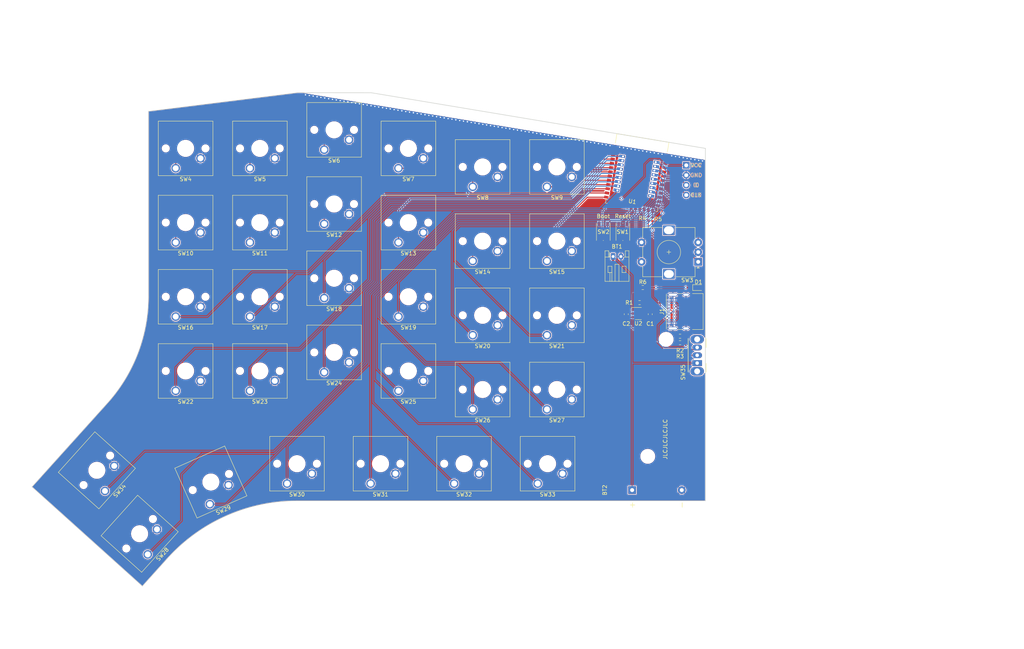
<source format=kicad_pcb>
(kicad_pcb (version 20210606) (generator pcbnew)
  (layers (0 "F.Cu" signal) (31 "B.Cu" signal) (34 "B.Paste" user) (35 "F.Paste" user) (36 "B.SilkS" user "B.Silkscreen") (37 "F.SilkS" user "F.Silkscreen") (38 "B.Mask" user) (39 "F.Mask" user) (44 "Edge.Cuts" user))
  (net 0 "")
  (net 1 "GND")
  (net 2 "VCC")
  (net 3 "ROT_B")
  (net 4 "ROT_A")
  (net 5 "S00")
  (net 6 "S01")
  (net 7 "S02")
  (net 8 "S03")
  (net 9 "S04")
  (net 10 "S05")
  (net 11 "S10")
  (net 12 "S11")
  (net 13 "S12")
  (net 14 "S13")
  (net 15 "S14")
  (net 16 "S15")
  (net 17 "S20")
  (net 18 "S21")
  (net 19 "S22")
  (net 20 "S23")
  (net 21 "S24")
  (net 22 "S25")
  (net 23 "S30")
  (net 24 "S31")
  (net 25 "S32")
  (net 26 "S33")
  (net 27 "S34")
  (net 28 "S35")
  (net 29 "S40")
  (net 30 "S41")
  (net 31 "S42")
  (net 32 "S43")
  (net 33 "S44")
  (net 34 "S45")
  (net 35 "S50")
  (net 36 "SWDIO")
  (net 37 "SWCLK")
  (net 38 "ROT_Switch")
  (net 39 "+BATT")
  (net 41 "Net-(J1-PadA5)")
  (net 44 "Net-(J1-PadA6)")
  (net 50 "VBUS")
  (net 51 "D-")
  (net 52 "D+")
  (net 56 "RESET")
  (net 58 "BOOT")
  (net 59 "Net-(R1-Pad1)")
  (net 60 "Net-(J1-PadA7)")
  (net 61 "Net-(J1-PadB5)")
  (net 62 "Net-(D1-Pad1)")
  (net 63 "Net-(R6-Pad1)")
  (footprint "Button_Switch_Keyboard:SW_Cherry_MX_1.00u_PCB" (layer "F.Cu") (at 127.845071 73.752437 180)
    (fp_text reference "SW27")
    (fp_text value "SW_Push")
  )
  (footprint "Button_Switch_Keyboard:SW_Cherry_MX_1.50u_PCB" (layer "F.Cu") (at 14.745655 94.647207 -132)
    (fp_text reference "SW34")
    (fp_text value "SW_Push")
  )
  (footprint "Button_Switch_Keyboard:SW_Cherry_MX_1.00u_PCB" (layer "F.Cu") (at 104.095071 92.752437 180)
    (fp_text reference "SW32")
    (fp_text value "SW_Push")
  )
  (footprint "Button_Switch_Keyboard:SW_Cherry_MX_1.00u_PCB" (layer "F.Cu") (at 108.845071 73.752437 180)
    (fp_text reference "SW26")
    (fp_text value "SW_Push")
  )
  (footprint "Button_Switch_Keyboard:SW_Cherry_MX_1.00u_PCB" (layer "F.Cu") (at 25.686655 110.890208 -132)
    (fp_text reference "SW28")
    (fp_text value "SW_Push")
  )
  (footprint "Button_Switch_Keyboard:SW_Cherry_MX_1.00u_PCB" (layer "F.Cu") (at 41.587889 98.031359 -156)
    (fp_text reference "SW29")
    (fp_text value "SW_Push")
  )
  (footprint "Button_Switch_Keyboard:SW_Cherry_MX_1.00u_PCB" (layer "F.Cu") (at 61.345071 92.752437 180)
    (fp_text reference "SW30")
    (fp_text value "SW_Push")
  )
  (footprint "Button_Switch_Keyboard:SW_Cherry_MX_1.25u_PCB" (layer "F.Cu") (at 82.720071 92.752437 180)
    (fp_text reference "SW31")
    (fp_text value "SW_Push")
  )
  (footprint "Button_Switch_Keyboard:SW_Cherry_MX_1.25u_PCB" (layer "F.Cu") (at 125.470072 92.752437 180)
    (fp_text reference "SW33")
    (fp_text value "SW_Push")
  )
  (footprint "blackwing:Programming_Header" (layer "F.Cu") (at 163.485071 11.250437)
    (fp_text reference "J2" hide)
    (fp_text value "Conn_01x04")
  )
  (footprint "Button_Switch_Keyboard:SW_Cherry_MX_1.00u_PCB" (layer "F.Cu") (at 51.845072 50.002438 180)
    (fp_text reference "SW17")
    (fp_text value "SW_Push")
  )
  (footprint "Button_Switch_Keyboard:SW_Cherry_MX_1.00u_PCB" (layer "F.Cu") (at 32.845072 50.002437 180)
    (fp_text reference "SW16")
    (fp_text value "SW_Push")
  )
  (footprint "Button_Switch_Keyboard:SW_Cherry_MX_1.00u_PCB" (layer "F.Cu") (at 127.845072 35.752437 180)
    (fp_text reference "SW15")
    (fp_text value "SW_Push")
  )
  (footprint "Button_Switch_Keyboard:SW_Cherry_MX_1.00u_PCB" (layer "F.Cu") (at 108.845071 35.752437 180)
    (fp_text reference "SW14")
    (fp_text value "SW_Push")
  )
  (footprint "Button_Switch_Keyboard:SW_Cherry_MX_1.00u_PCB" (layer "F.Cu") (at 89.845072 31.002438 180)
    (fp_text reference "SW13")
    (fp_text value "SW_Push")
  )
  (footprint "Button_Switch_Keyboard:SW_Cherry_MX_1.00u_PCB" (layer "F.Cu") (at 70.845072 26.252438 180)
    (fp_text reference "SW12")
    (fp_text value "SW_Push")
  )
  (footprint "Button_Switch_Keyboard:SW_Cherry_MX_1.00u_PCB" (layer "F.Cu") (at 51.845071 31.002437 180)
    (fp_text reference "SW11")
    (fp_text value "SW_Push")
  )
  (footprint "Button_Switch_Keyboard:SW_Cherry_MX_1.00u_PCB" (layer "F.Cu") (at 32.845071 31.002437 180)
    (fp_text reference "SW10")
    (fp_text value "SW_Push")
  )
  (footprint "Button_Switch_Keyboard:SW_Cherry_MX_1.00u_PCB" (layer "F.Cu") (at 127.845071 16.752437 180)
    (fp_text reference "SW9")
    (fp_text value "SW_Push")
  )
  (footprint "Button_Switch_Keyboard:SW_Cherry_MX_1.00u_PCB" (layer "F.Cu") (at 108.845071 16.752437 180)
    (fp_text reference "SW8")
    (fp_text value "SW_Push")
  )
  (footprint "Button_Switch_Keyboard:SW_Cherry_MX_1.00u_PCB" (layer "F.Cu") (at 89.845071 12.002438 180)
    (fp_text reference "SW7")
    (fp_text value "SW_Push")
  )
  (footprint "Button_Switch_Keyboard:SW_Cherry_MX_1.00u_PCB" (layer "F.Cu") (at 70.845071 7.252437 180)
    (fp_text reference "SW6")
    (fp_text value "SW_Push")
  )
  (footprint "Button_Switch_Keyboard:SW_Cherry_MX_1.00u_PCB" (layer "F.Cu") (at 51.845072 12.002437 180)
    (fp_text reference "SW5")
    (fp_text value "SW_Push")
  )
  (footprint "Button_Switch_Keyboard:SW_Cherry_MX_1.00u_PCB" (layer "F.Cu") (at 32.845072 12.002438 180)
    (fp_text reference "SW4")
    (fp_text value "SW_Push")
  )
  (footprint "Button_Switch_Keyboard:SW_Cherry_MX_1.00u_PCB" (layer "F.Cu") (at 89.845072 50.002437 180)
    (fp_text reference "SW19")
    (fp_text value "SW_Push")
  )
  (footprint "Button_Switch_Keyboard:SW_Cherry_MX_1.00u_PCB" (layer "F.Cu") (at 108.845072 54.752437 180)
    (fp_text reference "SW20")
    (fp_text value "SW_Push")
  )
  (footprint "Button_Switch_Keyboard:SW_Cherry_MX_1.00u_PCB" (layer "F.Cu") (at 127.845071 54.752438 180)
    (fp_text reference "SW21")
    (fp_text value "SW_Push")
  )
  (footprint "Button_Switch_Keyboard:SW_Cherry_MX_1.00u_PCB" (layer "F.Cu") (at 32.845072 69.002437 180)
    (fp_text reference "SW22")
    (fp_text value "SW_Push")
  )
  (footprint "Button_Switch_Keyboard:SW_Cherry_MX_1.00u_PCB" (layer "F.Cu") (at 51.845071 69.002438 180)
    (fp_text reference "SW23")
    (fp_text value "SW_Push")
  )
  (footprint "Button_Switch_Keyboard:SW_Cherry_MX_1.00u_PCB" (layer "F.Cu") (at 70.845071 64.252437 180)
    (fp_text reference "SW24")
    (fp_text value "SW_Push")
  )
  (footprint "Button_Switch_Keyboard:SW_Cherry_MX_1.00u_PCB" (layer "F.Cu") (at 89.845071 69.002437 180)
    (fp_text reference "SW25")
    (fp_text value "SW_Push")
  )
  (footprint "Button_Switch_Keyboard:SW_Cherry_MX_1.00u_PCB" (layer "F.Cu") (at 70.845071 45.252438 180)
    (fp_text reference "SW18")
    (fp_text value "SW_Push")
  )
  (footprint "Resistor_SMD:R_0603_1608Metric" (layer "F.Cu") (at 161.899572 55.021255)
    (fp_text reference "R2")
    (fp_text value "5.1K")
  )
  (footprint "Button_Switch_SMD:SW_Push_1P1T_NO_Vertical_Wuerth_434133025816" (layer "F.Cu") (at 147.260071 28.297437 -90)
    (fp_text reference "SW1")
    (fp_text value "SW_Push")
  )
  (footprint "blackwing:HOLYIOT-18010-NRF52840" (layer "F.Cu") (at 145.750715 3.150093 -9.462)
    (fp_text reference "U1")
    (fp_text value "HOLYIOT-18010-NRF52840")
  )
  (footprint "Connector_JST:JST_PH_S2B-PH-K_1x02_P2.00mm_Horizontal" (layer "F.Cu") (at 144.763072 34.608438)
    (fp_text reference "BT1")
    (fp_text value "Battery_Cell")
  )
  (footprint "Resistor_SMD:R_0402_1005Metric" (layer "F.Cu") (at 154.87497 25.05652 90)
    (fp_text reference "R5")
    (fp_text value "22R")
  )
  (footprint "Battery:BatteryHolder_Keystone_2468_2xAAA" (layer "F.Cu") (at 149.637072 94.426437 90)
    (fp_text reference "BT2")
    (fp_text value "Battery")
  )
  (footprint "Button_Switch_THT:SW_CuK_OS102011MA1QN1_SPDT_Angled" (layer "F.Cu") (at 166.277072 61.901937 90)
    (fp_text reference "SW35")
    (fp_text value "SW_SPDT")
  )
  (footprint "Button_Switch_SMD:SW_Push_1P1T_NO_Vertical_Wuerth_434133025816" (layer "F.Cu") (at 142.260071 28.297437 -90)
    (fp_text reference "SW2")
    (fp_text value "SW_Push")
  )
  (footprint "Resistor_SMD:R_0402_1005Metric" (layer "F.Cu") (at 153.789936 24.81902 90)
    (fp_text reference "R4")
    (fp_text value "22R")
  )
  (footprint "Rotary_Encoder:RotaryEncoder_Alps_EC12E-Switch_Vertical_H20mm" (layer "F.Cu") (at 166.539071 35.98152 180)
    (fp_text reference "SW3")
    (fp_text value "RotaryEncoder_Switch")
  )
  (footprint "Connector_USB:USB_C_Receptacle_GCT_USB4085" (layer "F.Cu") (at 159.074071 51.681437 90)
    (fp_text reference "J1")
    (fp_text value "USB_C_Receptacle_USB2.0")
  )
  (footprint "Capacitor_SMD:C_0603_1608Metric" (layer "F.Cu") (at 148.139572 49.389437 90)
    (fp_text reference "C2")
    (fp_text value "4.7µF")
  )
  (footprint "Resistor_SMD:R_0603_1608Metric" (layer "F.Cu") (at 161.899572 56.683755)
    (fp_text reference "R3")
    (fp_text value "5.1K")
  )
  (footprint "LED_SMD:LED_0603_1608Metric" (layer "F.Cu") (at 166.614572 42.564437)
    (fp_text reference "D1")
    (fp_text value "LED")
  )
  (footprint "Resistor_SMD:R_0603_1608Metric" (layer "F.Cu") (at 151.539572 46.420437 180)
    (fp_text reference "R1")
    (fp_text value "10K")
  )
  (footprint "Package_TO_SOT_SMD:SOT-23-5" (layer "F.Cu") (at 151.227072 49.214437)
    (fp_text reference "U2")
    (fp_text value "MCP73831-2-OT")
  )
  (footprint "Capacitor_SMD:C_0603_1608Metric" (layer "F.Cu") (at 154.264572 49.389437 90)
    (fp_text reference "C1")
    (fp_text value "4.7µF")
  )
  (footprint "Resistor_SMD:R_0603_1608Metric" (layer "F.Cu") (at 152.364572 42.564437)
    (fp_text reference "R6")
    (fp_text value "R")
  )
  (gr_line (start 63.985071 -7.340062) (end 82.885072 -7.327562) (layer "Edge.Cuts") (width 0.15))
  (gr_line (start -3.925277 93.593222) (end 24.314225 119.020185) (layer "Edge.Cuts") (width 0.15))
  (gr_line (start 168.385072 97.172437) (end 63.885071 97.172438) (layer "Edge.Cuts") (width 0.15))
  (gr_line (start 24.314225 119.020185) (end 30.670966 111.960309) (layer "Edge.Cuts") (width 0.15))
  (gr_arc (start -15.176219 44.723525) (end 25.885071 45.012437) (angle 42) (layer "Edge.Cuts") (width 0.15))
  (gr_line (start 82.885072 -7.327562) (end 168.385072 6.922437) (layer "Edge.Cuts") (width 0.15))
  (gr_line (start 25.885071 -2.577563) (end 25.885071 45.012437) (layer "Edge.Cuts") (width 0.15))
  (gr_line (start -3.925277 93.593222) (end 15.144946 72.413595) (layer "Edge.Cuts") (width 0.15))
  (gr_line (start 168.385072 6.922437) (end 168.385072 97.172437) (layer "Edge.Cuts") (width 0.15))
  (gr_line (start 25.885071 -2.577563) (end 63.985071 -7.340062) (layer "Edge.Cuts") (width 0.15))
  (gr_arc (start 63.885071 141.866423) (end 63.885071 97.172438) (angle -48) (layer "Edge.Cuts") (width 0.15))
  (gr_text "JLCJLCJLCJLC" (at 158.119071 81.424437 90) (layer "F.SilkS") (effects (font (size 1 1))))
  (gr_text "Boot" (at 142.260071 24.297437) (layer "F.SilkS") (effects (font (size 1 1))))
  (gr_text "Reset" (at 147.260072 24.297437) (layer "F.SilkS") (effects (font (size 1 1))))
  (via (at 151.373185 7.432655) (size 0.6858) (drill 0.3302) (layers "F.Cu" "B.Cu") (net 1))
  (via (at 137.070459 5.04895) (size 0.6858) (drill 0.3302) (layers "F.Cu" "B.Cu") (net 1))
  (via (at 124.247326 2.911836) (size 0.6858) (drill 0.3302) (layers "F.Cu" "B.Cu") (net 1))
  (via (at 152.35958 7.597049) (size 0.6858) (drill 0.3302) (layers "F.Cu" "B.Cu") (net 1))
  (via (at 129.179301 3.733803) (size 0.6858) (drill 0.3302) (layers "F.Cu" "B.Cu") (net 1))
  (via (at 135.09767 4.720163) (size 0.6858) (drill 0.3302) (layers "F.Cu" "B.Cu") (net 1))
  (via (at 142.988829 6.035311) (size 0.6858) (drill 0.3302) (layers "F.Cu" "B.Cu") (net 1))
  (via (at 122.274537 2.583049) (size 0.6858) (drill 0.3302) (layers "F.Cu" "B.Cu") (net 1))
  (via (at 101.560245 -0.869213) (size 0.6858) (drill 0.3302) (layers "F.Cu" "B.Cu") (net 1))
  (via (at 146.441211 6.610688) (size 0.6858) (drill 0.3302) (layers "F.Cu" "B.Cu") (net 1))
  (via (at 90.709902 -2.677541) (size 0.6858) (drill 0.3302) (layers "F.Cu" "B.Cu") (net 1))
  (via (at 80.845953 -4.321476) (size 0.6858) (drill 0.3302) (layers "F.Cu" "B.Cu") (net 1))
  (via (at 132.138485 4.226983) (size 0.6858) (drill 0.3302) (layers "F.Cu" "B.Cu") (net 1))
  (via (at 82.818743 -3.992689) (size 0.6858) (drill 0.3302) (layers "F.Cu" "B.Cu") (net 1))
  (via (at 119.315352 2.089868) (size 0.6858) (drill 0.3302) (layers "F.Cu" "B.Cu") (net 1))
  (via (at 109.451404 0.445934) (size 0.6858) (drill 0.3302) (layers "F.Cu" "B.Cu") (net 1))
  (via (at 111.424193 0.774721) (size 0.6858) (drill 0.3302) (layers "F.Cu" "B.Cu") (net 1))
  (via (at 98.60106 -1.362394) (size 0.6858) (drill 0.3302) (layers "F.Cu" "B.Cu") (net 1))
  (via (at 118.328957 1.925475) (size 0.6858) (drill 0.3302) (layers "F.Cu" "B.Cu") (net 1))
  (via (at 87.750717 -3.170722) (size 0.6858) (drill 0.3302) (layers "F.Cu" "B.Cu") (net 1))
  (via (at 104.519429 -0.376033) (size 0.6858) (drill 0.3302) (layers "F.Cu" "B.Cu") (net 1))
  (via (at 95.641876 -1.855574) (size 0.6858) (drill 0.3302) (layers "F.Cu" "B.Cu") (net 1))
  (via (at 143.975223 6.199704) (size 0.6858) (drill 0.3302) (layers "F.Cu" "B.Cu") (net 1))
  (via (at 81.832348 -4.157082) (size 0.6858) (drill 0.3302) (layers "F.Cu" "B.Cu") (net 1))
  (via (at 130.165696 3.898196) (size 0.6858) (drill 0.3302) (layers "F.Cu" "B.Cu") (net 1))
  (via (at 69.009215 -6.294197) (size 0.6858) (drill 0.3302) (layers "F.Cu" "B.Cu") (net 1))
  (via (at 96.628271 -1.691181) (size 0.6858) (drill 0.3302) (layers "F.Cu" "B.Cu") (net 1))
  (via (at 141.016039 5.706524) (size 0.6858) (drill 0.3302) (layers "F.Cu" "B.Cu") (net 1))
  (via (at 113.396983 1.103508) (size 0.6858) (drill 0.3302) (layers "F.Cu" "B.Cu") (net 1))
  (via (at 91.696296 -2.513148) (size 0.6858) (drill 0.3302) (layers "F.Cu" "B.Cu") (net 1))
  (via (at 114.383378 1.267901) (size 0.6858) (drill 0.3302) (layers "F.Cu" "B.Cu") (net 1))
  (via (at 162.716726 9.32318) (size 0.6858) (drill 0.3302) (layers "F.Cu" "B.Cu") (net 1))
  (via (at 89.723507 -2.841935) (size 0.6858) (drill 0.3302) (layers "F.Cu" "B.Cu") (net 1))
  (via (at 102.54664 -0.70482) (size 0.6858) (drill 0.3302) (layers "F.Cu" "B.Cu") (net 1))
  (via (at 153.345974 7.761442) (size 0.6858) (drill 0.3302) (layers "F.Cu" "B.Cu") (net 1))
  (via (at 97.614666 -1.526787) (size 0.6858) (drill 0.3302) (layers "F.Cu" "B.Cu") (net 1))
  (via (at 66.05003 -6.787377) (size 0.6858) (drill 0.3302) (layers "F.Cu" "B.Cu") (net 1))
  (via (at 94.655481 -2.019968) (size 0.6858) (drill 0.3302) (layers "F.Cu" "B.Cu") (net 1))
  (via (at 83.805138 -3.828295) (size 0.6858) (drill 0.3302) (layers "F.Cu" "B.Cu") (net 1))
  (via (at 75.913979 -5.143443) (size 0.6858) (drill 0.3302) (layers "F.Cu" "B.Cu") (net 1))
  (via (at 125.233721 3.076229) (size 0.6858) (drill 0.3302) (layers "F.Cu" "B.Cu") (net 1))
  (via (at 121.288142 2.418655) (size 0.6858) (drill 0.3302) (layers "F.Cu" "B.Cu") (net 1))
  (via (at 99.587455 -1.198) (size 0.6858) (drill 0.3302) (layers "F.Cu" "B.Cu") (net 1))
  (via (at 74.927584 -5.307836) (size 0.6858) (drill 0.3302) (layers "F.Cu" "B.Cu") (net 1))
  (via (at 126.220116 3.240623) (size 0.6858) (drill 0.3302) (layers "F.Cu" "B.Cu") (net 1))
  (via (at 117.342563 1.761082) (size 0.6858) (drill 0.3302) (layers "F.Cu" "B.Cu") (net 1))
  (via (at 142.002434 5.870918) (size 0.6858) (drill 0.3302) (layers "F.Cu" "B.Cu") (net 1))
  (via (at 128.192906 3.569409) (size 0.6858) (drill 0.3302) (layers "F.Cu" "B.Cu") (net 1))
  (via (at 165.67591 9.81636) (size 0.6858) (drill 0.3302) (layers "F.Cu" "B.Cu") (net 1))
  (via (at 112.410588 0.939114) (size 0.6858) (drill 0.3302) (layers "F.Cu" "B.Cu") (net 1))
  (via (at 138.056854 5.213344) (size 0.6858) (drill 0.3302) (layers "F.Cu" "B.Cu") (net 1))
  (via (at 71.968399 -5.801017) (size 0.6858) (drill 0.3302) (layers "F.Cu" "B.Cu") (net 1))
  (via (at 127.206511 3.405016) (size 0.6858) (drill 0.3302) (layers "F.Cu" "B.Cu") (net 1))
  (via (at 78.873163 -4.650263) (size 0.6858) (drill 0.3302) (layers "F.Cu" "B.Cu") (net 1))
  (via (at 147.427605 6.775081) (size 0.6858) (drill 0.3302) (layers "F.Cu" "B.Cu") (net 1))
  (via (at 154.332369 7.925836) (size 0.6858) (drill 0.3302) (layers "F.Cu" "B.Cu") (net 1))
  (via (at 160.743936 8.994393) (size 0.6858) (drill 0.3302) (layers "F.Cu" "B.Cu") (net 1))
  (via (at 69.99561 -6.129804) (size 0.6858) (drill 0.3302) (layers "F.Cu" "B.Cu") (net 1))
  (via (at 67.036425 -6.622984) (size 0.6858) (drill 0.3302) (layers "F.Cu" "B.Cu") (net 1))
  (via (at 79.859558 -4.485869) (size 0.6858) (drill 0.3302) (layers "F.Cu" "B.Cu") (net 1))
  (via (at 157.291554 8.419016) (size 0.6858) (drill 0.3302) (layers "F.Cu" "B.Cu") (net 1))
  (via (at 106.492219 -0.047246) (size 0.6858) (drill 0.3302) (layers "F.Cu" "B.Cu") (net 1))
  (via (at 108.465009 0.281541) (size 0.6858) (drill 0.3302) (layers "F.Cu" "B.Cu") (net 1))
  (via (at 84.791533 -3.663902) (size 0.6858) (drill 0.3302) (layers "F.Cu" "B.Cu") (net 1))
  (via (at 136.084065 4.884557) (size 0.6858) (drill 0.3302) (layers "F.Cu" "B.Cu") (net 1))
  (via (at 166.662305 9.980754) (size 0.6858) (drill 0.3302) (layers "F.Cu" "B.Cu") (net 1))
  (via (at 105.505824 -0.21164) (size 0.6858) (drill 0.3302) (layers "F.Cu" "B.Cu") (net 1))
  (via (at 140.029644 5.542131) (size 0.6858) (drill 0.3302) (layers "F.Cu" "B.Cu") (net 1))
  (via (at 161.730331 9.158786) (size 0.6858) (drill 0.3302) (layers "F.Cu" "B.Cu") (net 1))
  (via (at 73.941189 -5.47223) (size 0.6858) (drill 0.3302) (layers "F.Cu" "B.Cu") (net 1))
  (via (at 100.57385 -1.033607) (size 0.6858) (drill 0.3302) (layers "F.Cu" "B.Cu") (net 1))
  (via (at 70.982005 -5.96541) (size 0.6858) (drill 0.3302) (layers "F.Cu" "B.Cu") (net 1))
  (via (at 156.305159 8.254622) (size 0.6858) (drill 0.3302) (layers "F.Cu" "B.Cu") (net 1))
  (via (at 131.15209 4.06259) (size 0.6858) (drill 0.3302) (layers "F.Cu" "B.Cu") (net 1))
  (via (at 110.437799 0.610327) (size 0.6858) (drill 0.3302) (layers "F.Cu" "B.Cu") (net 1))
  (via (at 159.757541 8.829999) (size 0.6858) (drill 0.3302) (layers "F.Cu" "B.Cu") (net 1))
  (via (at 163.70312 9.487573) (size 0.6858) (drill 0.3302) (layers "F.Cu" "B.Cu") (net 1))
  (via (at 134.111275 4.55577) (size 0.6858) (drill 0.3302) (layers "F.Cu" "B.Cu") (net 1))
  (via (at 116.356168 1.596688) (size 0.6858) (drill 0.3302) (layers "F.Cu" "B.Cu") (net 1))
  (via (at 120.301747 2.254262) (size 0.6858) (drill 0.3302) (layers "F.Cu" "B.Cu") (net 1))
  (via (at 85.777927 -3.499509) (size 0.6858) (drill 0.3302) (layers "F.Cu" "B.Cu") (net 1))
  (via (at 76.900374 -4.97905) (size 0.6858) (drill 0.3302) (layers "F.Cu" "B.Cu") (net 1))
  (via (at 93.669086 -2.184361) (size 0.6858) (drill 0.3302) (layers "F.Cu" "B.Cu") (net 1))
  (via (at 164.689515 9.651967) (size 0.6858) (drill 0.3302) (layers "F.Cu" "B.Cu") (net 1))
  (via (at 88.737112 -3.006328) (size 0.6858) (drill 0.3302) (layers "F.Cu" "B.Cu") (net 1))
  (via (at 148.414 6.939475) (size 0.6858) (drill 0.3302) (layers "F.Cu" "B.Cu") (net 1))
  (via (at 150.38679 7.268262) (size 0.6858) (drill 0.3302) (layers "F.Cu" "B.Cu") (net 1))
  (via (at 139.043249 5.377737) (size 0.6858) (drill 0.3302) (layers "F.Cu" "B.Cu") (net 1))
  (via (at 103.533035 -0.540427) (size 0.6858) (drill 0.3302) (layers "F.Cu" "B.Cu") (net 1))
  (via (at 92.682691 -2.348754) (size 0.6858) (drill 0.3302) (layers "F.Cu" "B.Cu") (net 1))
  (via (at 149.400395 7.103868) (size 0.6858) (drill 0.3302) (layers "F.Cu" "B.Cu") (net 1))
  (via (at 133.12488 4.391377) (size 0.6858) (drill 0.3302) (layers "F.Cu" "B.Cu") (net 1))
  (via (at 77.886769 -4.814656) (size 0.6858) (drill 0.3302) (layers "F.Cu" "B.Cu") (net 1))
  (via (at 68.02282 -6.45859) (size 0.6858) (drill 0.3302) (layers "F.Cu" "B.Cu") (net 1))
  (via (at 107.478614 0.117147) (size 0.6858) (drill 0.3302) (layers "F.Cu" "B.Cu") (net 1))
  (via (at 72.954794 -5.636623) (size 0.6858) (drill 0.3302) (layers "F.Cu" "B.Cu") (net 1))
  (via (at 86.764322 -3.335115) (size 0.6858) (drill 0.3302) (layers "F.Cu" "B.Cu") (net 1))
  (via (at 167.6487 10.145147) (size 0.6858) (drill 0.3302) (layers "F.Cu" "B.Cu") (net 1))
  (via (at 155.318764 8.090229) (size 0.6858) (drill 0.3302) (layers "F.Cu" "B.Cu") (net 1))
  (via (at 123.260932 2.747442) (size 0.6858) (drill 0.3302) (layers "F.Cu" "B.Cu") (net 1))
  (via (at 115.369773 1.432295) (size 0.6858) (drill 0.3302) (layers "F.Cu" "B.Cu") (net 1))
  (segment (start 144.813296 19.764437) (end 146.902072 19.764437) (width 0.2) (layer "F.Cu") (net 2))
  (segment (start 142.095558 23.039761) (end 144.024627 21.110692) (width 0.2) (layer "F.Cu") (net 2))
  (segment (start 144.024627 21.110692) (end 144.024627 20.553106) (width 0.2) (layer "F.Cu") (net 2))
  (segment (start 144.024627 20.553106) (end 144.813296 19.764437) (width 0.2) (layer "F.Cu") (net 2))
  (segment (start 166.277072 59.901937) (end 156.653218 59.901937) (width 0.2) (layer "F.Cu") (net 2))
  (segment (start 142.095558 45.344277) (end 142.095558 23.039761) (width 0.2) (layer "F.Cu") (net 2))
  (segment (start 156.653218 59.901937) (end 142.095558 45.344277) (width 0.2) (layer "F.Cu") (net 2))
  (via (at 146.902072 19.764437) (size 0.6858) (drill 0.3302) (layers "F.Cu" "B.Cu") (net 2))
  (segment (start 158.154562 11.250437) (end 163.485071 11.250437) (width 0.2) (layer "B.Cu") (net 2))
  (segment (start 146.902072 19.764437) (end 147.139572 19.764437) (width 0.2) (layer "B.Cu") (net 2))
  (segment (start 152.828889 14.07512) (end 152.828889 10.98762) (width 0.2) (layer "B.Cu") (net 2))
  (segment (start 152.828889 10.98762) (end 154.110552 9.705957) (width 0.2) (layer "B.Cu") (net 2))
  (segment (start 156.610082 9.705957) (end 158.154562 11.250437) (width 0.2) (layer "B.Cu") (net 2))
  (segment (start 154.110552 9.705957) (end 156.610082 9.705957) (width 0.2) (layer "B.Cu") (net 2))
  (segment (start 147.139572 19.764437) (end 152.828889 14.07512) (width 0.2) (layer "B.Cu") (net 2))
  (segment (start 157.351429 17.304782) (end 157.077885 17.304782) (width 0.254) (layer "F.Cu") (net 3))
  (segment (start 166.539071 30.98152) (end 166.539071 26.492424) (width 0.254) (layer "F.Cu") (net 3))
  (segment (start 166.539071 26.492424) (end 157.351429 17.304782) (width 0.254) (layer "F.Cu") (net 3))
  (segment (start 164.84997 34.292419) (end 166.539071 35.98152) (width 0.254) (layer "F.Cu") (net 4))
  (segment (start 157.795088 18.389816) (end 164.84997 25.444698) (width 0.254) (layer "F.Cu") (net 4))
  (segment (start 156.897053 18.389816) (end 157.795088 18.389816) (width 0.254) (layer "F.Cu") (net 4))
  (segment (start 164.84997 25.444698) (end 164.84997 34.292419) (width 0.254) (layer "F.Cu") (net 4))
  (segment (start 93.63605 -1.476585) (end 102.194105 7.081471) (width 0.254) (layer "F.Cu") (net 5))
  (segment (start 144.618625 7.081471) (end 145.027384 7.490231) (width 0.254) (layer "F.Cu") (net 5))
  (segment (start 32.845071 6.027488) (end 40.349145 -1.476585) (width 0.254) (layer "F.Cu") (net 5))
  (segment (start 40.349145 -1.476585) (end 93.63605 -1.476585) (width 0.254) (layer "F.Cu") (net 5))
  (segment (start 102.194105 7.081471) (end 144.618625 7.081471) (width 0.254) (layer "F.Cu") (net 5))
  (segment (start 32.845072 12.002438) (end 32.845071 6.027488) (width 0.254) (layer "F.Cu") (net 5))
  (segment (start 102.005337 7.535477) (end 93.446786 -1.023074) (width 0.254) (layer "F.Cu") (net 6))
  (segment (start 56.886583 -1.023074) (end 51.845072 4.018437) (width 0.254) (layer "F.Cu") (net 6))
  (segment (start 136.526749 7.535478) (end 102.005337 7.535477) (width 0.254) (layer "F.Cu") (net 6))
  (segment (start 51.845072 4.018437) (end 51.845072 12.002437) (width 0.254) (layer "F.Cu") (net 6))
  (segment (start 93.446786 -1.023074) (end 56.886583 -1.023074) (width 0.254) (layer "F.Cu") (net 6))
  (segment (start 144.846551 8.575265) (end 137.566538 8.575265) (width 0.254) (layer "F.Cu") (net 6))
  (segment (start 137.566538 8.575265) (end 136.526749 7.535478) (width 0.254) (layer "F.Cu") (net 6))
  (segment (start 101.817986 7.989488) (end 93.258936 -0.569562) (width 0.254) (layer "F.Cu") (net 7))
  (segment (start 136.339398 7.989488) (end 101.817986 7.989488) (width 0.254) (layer "F.Cu") (net 7))
  (segment (start 72.421071 -0.569563) (end 70.845072 1.006437) (width 0.254) (layer "F.Cu") (net 7))
  (segment (start 138.010209 9.660299) (end 136.339398 7.989488) (width 0.254) (layer "F.Cu") (net 7))
  (segment (start 93.258936 -0.569562) (end 72.421071 -0.569563) (width 0.254) (layer "F.Cu") (net 7))
  (segment (start 70.845072 1.006437) (end 70.845071 7.252437) (width 0.254) (layer "F.Cu") (net 7))
  (segment (start 144.665719 9.660299) (end 138.010209 9.660299) (width 0.254) (layer "F.Cu") (net 7))
  (segment (start 144.484887 10.745334) (end 138.453881 10.745333) (width 0.254) (layer "F.Cu") (net 8))
  (segment (start 136.152048 8.443499) (end 101.629929 8.443499) (width 0.254) (layer "F.Cu") (net 8))
  (segment (start 98.070991 12.002437) (end 89.845071 12.002438) (width 0.254) (layer "F.Cu") (net 8))
  (segment (start 101.629929 8.443499) (end 98.070991 12.002437) (width 0.254) (layer "F.Cu") (net 8))
  (segment (start 138.453881 10.745333) (end 136.152048 8.443499) (width 0.254) (layer "F.Cu") (net 8))
  (segment (start 144.304053 11.830368) (end 138.897555 11.830368) (width 0.254) (layer "F.Cu") (net 9))
  (segment (start 138.897555 11.830368) (end 135.964702 8.897515) (width 0.254) (layer "F.Cu") (net 9))
  (segment (start 108.845072 10.010438) (end 108.845071 16.752437) (width 0.254) (layer "F.Cu") (net 9))
  (segment (start 135.964702 8.897515) (end 109.957993 8.897515) (width 0.254) (layer "F.Cu") (net 9))
  (segment (start 109.957993 8.897515) (end 108.845072 10.010438) (width 0.254) (layer "F.Cu") (net 9))
  (segment (start 134.347072 16.752437) (end 127.845071 16.752437) (width 0.254) (layer "F.Cu") (net 10))
  (segment (start 144.12322 12.915402) (end 138.184107 12.915402) (width 0.254) (layer "F.Cu") (net 10))
  (segment (start 138.184107 12.915402) (end 134.347072 16.752437) (width 0.254) (layer "F.Cu") (net 10))
  (segment (start 40.508144 17.364416) (end 32.845072 25.027488) (width 0.254) (layer "F.Cu") (net 11))
  (segment (start 107.281433 17.364417) (end 40.508144 17.364416) (width 0.254) (layer "F.Cu") (net 11))
  (segment (start 133.498827 18.354298) (end 108.271316 18.354298) (width 0.254) (layer "F.Cu") (net 11))
  (segment (start 32.845072 25.027488) (end 32.845071 31.002437) (width 0.254) (layer "F.Cu") (net 11))
  (segment (start 137.852689 14.000436) (end 133.498827 18.354298) (width 0.254) (layer "F.Cu") (net 11))
  (segment (start 143.942387 14.000437) (end 137.852689 14.000436) (width 0.254) (layer "F.Cu") (net 11))
  (segment (start 108.271316 18.354298) (end 107.281433 17.364417) (width 0.254) (layer "F.Cu") (net 11))
  (segment (start 133.686884 18.808309) (end 108.083259 18.808309) (width 0.254) (layer "F.Cu") (net 12))
  (segment (start 51.845071 25.027489) (end 51.845071 31.002437) (width 0.254) (layer "F.Cu") (net 12))
  (segment (start 59.054132 17.818428) (end 51.845071 25.027489) (width 0.254) (layer "F.Cu") (net 12))
  (segment (start 143.761555 15.085471) (end 137.409722 15.085471) (width 0.254) (layer "F.Cu") (net 12))
  (segment (start 108.083259 18.808309) (end 107.093376 17.818427) (width 0.254) (layer "F.Cu") (net 12))
  (segment (start 137.409722 15.085471) (end 133.686884 18.808309) (width 0.254) (layer "F.Cu") (net 12))
  (segment (start 107.093376 17.818427) (end 59.054132 17.818428) (width 0.254) (layer "F.Cu") (net 12))
  (segment (start 107.405319 18.772438) (end 107.895202 19.26232) (width 0.254) (layer "F.Cu") (net 13))
  (segment (start 72.350122 18.772438) (end 107.405319 18.772438) (width 0.254) (layer "F.Cu") (net 13))
  (segment (start 107.895202 19.26232) (end 133.874954 19.26232) (width 0.254) (layer "F.Cu") (net 13))
  (segment (start 136.96677 16.170505) (end 143.580723 16.170505) (width 0.254) (layer "F.Cu") (net 13))
  (segment (start 70.845072 26.252438) (end 70.845071 20.277489) (width 0.254) (layer "F.Cu") (net 13))
  (segment (start 133.874954 19.26232) (end 136.96677 16.170505) (width 0.254) (layer "F.Cu") (net 13))
  (segment (start 70.845071 20.277489) (end 72.350122 18.772438) (width 0.254) (layer "F.Cu") (net 13))
  (segment (start 136.523804 17.255539) (end 134.006907 19.772438) (width 0.254) (layer "F.Cu") (net 14))
  (segment (start 92.987072 19.772437) (end 89.845071 22.914437) (width 0.254) (layer "F.Cu") (net 14))
  (segment (start 143.399889 17.25554) (end 136.523804 17.255539) (width 0.254) (layer "F.Cu") (net 14))
  (segment (start 89.845071 22.914437) (end 89.845072 31.002438) (width 0.254) (layer "F.Cu") (net 14))
  (segment (start 134.006907 19.772438) (end 92.987072 19.772437) (width 0.254) (layer "F.Cu") (net 14))
  (segment (start 143.219056 18.340574) (end 138.639917 18.340574) (width 0.254) (layer "F.Cu") (net 15))
  (segment (start 108.845071 29.777488) (end 108.845071 35.752437) (width 0.254) (layer "F.Cu") (net 15))
  (segment (start 110.744123 27.878437) (end 108.845071 29.777488) (width 0.254) (layer "F.Cu") (net 15))
  (segment (start 129.102054 27.878437) (end 110.744123 27.878437) (width 0.254) (layer "F.Cu") (net 15))
  (segment (start 138.639917 18.340574) (end 129.102054 27.878437) (width 0.254) (layer "F.Cu") (net 15))
  (segment (start 143.038224 19.425608) (end 138.196951 19.425608) (width 0.254) (layer "F.Cu") (net 16))
  (segment (start 127.845071 29.777489) (end 127.845072 35.752437) (width 0.254) (layer "F.Cu") (net 16))
  (segment (start 138.196951 19.425608) (end 127.845071 29.777489) (width 0.254) (layer "F.Cu") (net 16))
  (segment (start 40.899072 50.002437) (end 32.845072 50.002437) (width 0.254) (layer "B.Cu") (net 17))
  (segment (start 66.584502 38.541006) (end 52.360502 38.541007) (width 0.254) (layer "B.Cu") (net 17))
  (segment (start 143.48719 8.986248) (end 133.93309 18.540349) (width 0.254) (layer "B.Cu") (net 17))
  (segment (start 52.360502 38.541007) (end 40.899072 50.002437) (width 0.254) (layer "B.Cu") (net 17))
  (segment (start 86.58516 18.540349) (end 66.584502 38.541006) (width 0.254) (layer "B.Cu") (net 17))
  (segment (start 143.48719 8.986248) (end 147.108239 8.986248) (width 0.254) (layer "B.Cu") (net 17))
  (segment (start 133.93309 18.540349) (end 86.58516 18.540349) (width 0.254) (layer "B.Cu") (net 17))
  (segment (start 66.772344 38.994526) (end 63.616934 38.994526) (width 0.254) (layer "B.Cu") (net 18))
  (segment (start 63.616934 38.994526) (end 52.609023 50.002437) (width 0.254) (layer "B.Cu") (net 18))
  (segment (start 52.609023 50.002437) (end 51.845072 50.002438) (width 0.254) (layer "B.Cu") (net 18))
  (segment (start 143.044224 10.071284) (end 146.927406 10.071283) (width 0.254) (layer "B.Cu") (net 18))
  (segment (start 86.77251 18.99436) (end 66.772344 38.994526) (width 0.254) (layer "B.Cu") (net 18))
  (segment (start 134.121147 18.99436) (end 86.77251 18.99436) (width 0.254) (layer "B.Cu") (net 18))
  (segment (start 143.044224 10.071284) (end 134.121147 18.99436) (width 0.254) (layer "B.Cu") (net 18))
  (segment (start 142.601258 11.156317) (end 134.309204 19.448371) (width 0.254) (layer "B.Cu") (net 19))
  (segment (start 134.309204 19.448371) (end 86.998771 19.448372) (width 0.254) (layer "B.Cu") (net 19))
  (segment (start 70.845071 35.602071) (end 70.845071 45.252438) (width 0.254) (layer "B.Cu") (net 19))
  (segment (start 142.601258 11.156317) (end 146.746574 11.156317) (width 0.254) (layer "B.Cu") (net 19))
  (segment (start 86.998771 19.448372) (end 70.845071 35.602071) (width 0.254) (layer "B.Cu") (net 19))
  (segment (start 89.845071 41.144136) (end 105.152793 25.836415) (width 0.254) (layer "B.Cu") (net 20))
  (segment (start 105.152793 25.836415) (end 153.254225 25.836415) (width 0.254) (layer "B.Cu") (net 20))
  (segment (start 89.845072 50.002437) (end 89.845071 41.144136) (width 0.254) (layer "B.Cu") (net 20))
  (segment (start 158.341805 13.87369) (end 155.936742 11.468627) (width 0.254) (layer "B.Cu") (net 20))
  (segment (start 155.936742 11.468627) (end 155.516063 11.468627) (width 0.254) (layer "B.Cu") (net 20))
  (segment (start 158.341805 20.748835) (end 158.341805 13.87369) (width 0.254) (layer "B.Cu") (net 20))
  (segment (start 153.254225 25.836415) (end 158.341805 20.748835) (width 0.254) (layer "B.Cu") (net 20))
  (segment (start 108.845072 54.752437) (end 103.595061 49.502427) (width 0.254) (layer "B.Cu") (net 21))
  (segment (start 158.795326 13.061344) (end 156.117575 10.383593) (width 0.254) (layer "B.Cu") (net 21))
  (segment (start 103.595061 49.502427) (end 103.595061 28.067088) (width 0.254) (layer "B.Cu") (net 21))
  (segment (start 156.117575 10.383593) (end 155.696895 10.383593) (width 0.254) (layer "B.Cu") (net 21))
  (segment (start 105.371721 26.290426) (end 153.441589 26.290426) (width 0.254) (layer "B.Cu") (net 21))
  (segment (start 158.795326 20.936689) (end 158.795326 13.061344) (width 0.254) (layer "B.Cu") (net 21))
  (segment (start 153.441589 26.290426) (end 158.795326 20.936689) (width 0.254) (layer "B.Cu") (net 21))
  (segment (start 103.595061 28.067088) (end 105.371721 26.290426) (width 0.254) (layer "B.Cu") (net 21))
  (segment (start 157.281129 21.254849) (end 156.586167 20.559885) (width 0.254) (layer "F.Cu") (net 22))
  (segment (start 157.281129 23.436495) (end 157.281129 21.254849) (width 0.254) (layer "F.Cu") (net 22))
  (segment (start 156.586167 20.559885) (end 156.535387 20.559885) (width 0.254) (layer "F.Cu") (net 22))
  (segment (start 157.357072 23.512437) (end 157.281129 23.436495) (width 0.254) (layer "F.Cu") (net 22))
  (via (at 157.357072 23.512437) (size 0.6858) (drill 0.3302) (layers "F.Cu" "B.Cu") (net 22))
  (segment (start 154.055071 26.814437) (end 148.315072 26.814438) (width 0.254) (layer "B.Cu") (net 22))
  (segment (start 148.315072 26.814438) (end 148.245071 26.744438) (width 0.254) (layer "B.Cu") (net 22))
  (segment (start 123.28838 54.752437) (end 127.845071 54.752438) (width 0.254) (layer "B.Cu") (net 22))
  (segment (start 104.170381 28.133128) (end 104.17038 35.634437) (width 0.254) (layer "B.Cu") (net 22))
  (segment (start 104.17038 35.634437) (end 123.28838 54.752437) (width 0.254) (layer "B.Cu") (net 22))
  (segment (start 157.357072 23.512437) (end 154.055071 26.814437) (width 0.254) (layer "B.Cu") (net 22))
  (segment (start 105.559072 26.744437) (end 104.170381 28.133128) (width 0.254) (layer "B.Cu") (net 22))
  (segment (start 148.245071 26.744438) (end 105.559072 26.744437) (width 0.254) (layer "B.Cu") (net 22))
  (segment (start 64.534274 58.117235) (end 37.755324 58.117235) (width 0.254) (layer "B.Cu") (net 23))
  (segment (start 37.755324 58.117235) (end 32.845071 63.027488) (width 0.254) (layer "B.Cu") (net 23))
  (segment (start 82.172876 24.946752) (end 82.172876 40.478632) (width 0.254) (layer "B.Cu") (net 23))
  (segment (start 87.217246 19.902382) (end 82.172876 24.946752) (width 0.254) (layer "B.Cu") (net 23))
  (segment (start 82.172876 40.478632) (end 64.534274 58.117235) (width 0.254) (layer "B.Cu") (net 23))
  (segment (start 134.49726 19.902382) (end 87.217246 19.902382) (width 0.254) (layer "B.Cu") (net 23))
  (segment (start 32.845071 63.027488) (end 32.845072 69.002437) (width 0.254) (layer "B.Cu") (net 23))
  (segment (start 146.77004 12.241352) (end 142.158292 12.241351) (width 0.254) (layer "B.Cu") (net 23))
  (segment (start 142.158292 12.241351) (end 134.49726 19.902382) (width 0.254) (layer "B.Cu") (net 23))
  (segment (start 134.685317 20.356393) (end 87.435723 20.356393) (width 0.254) (layer "B.Cu") (net 24))
  (segment (start 82.654421 25.137695) (end 82.654422 40.638449) (width 0.254) (layer "B.Cu") (net 24))
  (segment (start 51.845071 63.080505) (end 51.845071 69.002438) (width 0.254) (layer "B.Cu") (net 24))
  (segment (start 56.35433 58.571246) (end 51.845071 63.080505) (width 0.254) (layer "B.Cu") (net 24))
  (segment (start 64.721624 58.571246) (end 56.35433 58.571246) (width 0.254) (layer "B.Cu") (net 24))
  (segment (start 82.654422 40.638449) (end 64.721624 58.571246) (width 0.254) (layer "B.Cu") (net 24))
  (segment (start 87.435723 20.356393) (end 82.654421 25.137695) (width 0.254) (layer "B.Cu") (net 24))
  (segment (start 146.589207 13.326386) (end 141.715324 13.326386) (width 0.254) (layer "B.Cu") (net 24))
  (segment (start 141.715324 13.326386) (end 134.685317 20.356393) (width 0.254) (layer "B.Cu") (net 24))
  (segment (start 70.845072 53.08916) (end 70.845071 64.252437) (width 0.254) (layer "B.Cu") (net 25))
  (segment (start 87.66272 20.810404) (end 83.135966 25.337159) (width 0.254) (layer "B.Cu") (net 25))
  (segment (start 134.873374 20.810404) (end 87.66272 20.810404) (width 0.254) (layer "B.Cu") (net 25))
  (segment (start 146.408375 14.41142) (end 141.272358 14.41142) (width 0.254) (layer "B.Cu") (net 25))
  (segment (start 83.135966 25.337159) (end 83.135967 40.798265) (width 0.254) (layer "B.Cu") (net 25))
  (segment (start 83.135967 40.798265) (end 70.845072 53.08916) (width 0.254) (layer "B.Cu") (net 25))
  (segment (start 141.272358 14.41142) (end 134.873374 20.810404) (width 0.254) (layer "B.Cu") (net 25))
  (segment (start 104.590739 24.474382) (end 84.21405 44.851074) (width 0.254) (layer "B.Cu") (net 26))
  (segment (start 152.692136 24.474382) (end 104.590739 24.474382) (width 0.254) (layer "B.Cu") (net 26))
  (segment (start 156.981246 20.185273) (end 152.692136 24.474382) (width 0.254) (layer "B.Cu") (net 26))
  (segment (start 84.21405 44.851074) (end 84.214049 63.371415) (width 0.254) (layer "B.Cu") (net 26))
  (segment (start 154.973564 14.72373) (end 155.987356 14.72373) (width 0.254) (layer "B.Cu") (net 26))
  (segment (start 152.692136 24.474382) (end 143.777058 24.474382) (width 0.254) (layer "B.Cu") (net 26))
  (segment (start 155.987356 14.72373) (end 156.981246 15.717619) (width 0.254) (layer "B.Cu") (net 26))
  (segment (start 156.981246 15.717619) (end 156.981246 20.185273) (width 0.254) (layer "B.Cu") (net 26))
  (segment (start 84.214049 63.371415) (end 89.845071 69.002437) (width 0.254) (layer "B.Cu") (net 26))
  (segment (start 152.8795 24.928394) (end 144.070912 24.928394) (width 0.254) (layer "B.Cu") (net 27))
  (segment (start 155.154396 13.638696) (end 156.168189 13.638696) (width 0.254) (layer "B.Cu") (net 27))
  (segment (start 157.434765 14.905272) (end 157.434766 20.373127) (width 0.254) (layer "B.Cu") (net 27))
  (segment (start 157.434766 20.373127) (end 152.8795 24.928394) (width 0.254) (layer "B.Cu") (net 27))
  (segment (start 108.845072 65.826438) (end 108.845071 73.752437) (width 0.254) (layer "B.Cu") (net 27))
  (segment (start 152.8795 24.928394) (end 104.778091 24.928394) (width 0.254) (layer "B.Cu") (net 27))
  (segment (start 84.667561 50.164287) (end 96.671712 62.168438) (width 0.254) (layer "B.Cu") (net 27))
  (segment (start 156.168189 13.638696) (end 157.434765 14.905272) (width 0.254) (layer "B.Cu") (net 27))
  (segment (start 84.667561 45.038924) (end 84.667561 50.164287) (width 0.254) (layer "B.Cu") (net 27))
  (segment (start 96.671712 62.168438) (end 105.187071 62.168437) (width 0.254) (layer "B.Cu") (net 27))
  (segment (start 104.778091 24.928394) (end 84.667561 45.038924) (width 0.254) (layer "B.Cu") (net 27))
  (segment (start 105.187071 62.168437) (end 108.845072 65.826438) (width 0.254) (layer "B.Cu") (net 27))
  (segment (start 85.121071 49.976435) (end 96.859562 61.714926) (width 0.254) (layer "B.Cu") (net 28))
  (segment (start 155.335229 12.553661) (end 156.349022 12.553661) (width 0.254) (layer "B.Cu") (net 28))
  (segment (start 157.888285 20.560981) (end 153.066362 25.382904) (width 0.254) (layer "B.Cu") (net 28))
  (segment (start 104.964941 25.382904) (end 85.121071 45.226774) (width 0.254) (layer "B.Cu") (net 28))
  (segment (start 156.349022 12.553661) (end 157.888285 14.092924) (width 0.254) (layer "B.Cu") (net 28))
  (segment (start 153.066362 25.382904) (end 104.964941 25.382904) (width 0.254) (layer "B.Cu") (net 28))
  (segment (start 85.121071 45.226774) (end 85.121071 49.976435) (width 0.254) (layer "B.Cu") (net 28))
  (segment (start 157.888285 14.092924) (end 157.888285 20.560981) (width 0.254) (layer "B.Cu") (net 28))
  (segment (start 115.807561 61.714926) (end 127.845071 73.752437) (width 0.254) (layer "B.Cu") (net 28))
  (segment (start 153.066362 25.382904) (end 144.258469 25.382904) (width 0.254) (layer "B.Cu") (net 28))
  (segment (start 96.859562 61.714926) (end 115.807561 61.714926) (width 0.254) (layer "B.Cu") (net 28))
  (segment (start 81.359539 61.745332) (end 58.076434 85.028437) (width 0.254) (layer "B.Cu") (net 29))
  (segment (start 34.321071 90.376437) (end 34.321071 98.034438) (width 0.254) (layer "B.Cu") (net 29))
  (segment (start 34.321071 102.255792) (end 34.321071 98.034438) (width 0.254) (layer "B.Cu") (net 29))
  (segment (start 140.386425 16.581489) (end 135.249488 21.718426) (width 0.254) (layer "B.Cu") (net 29))
  (segment (start 135.249488 21.718426) (end 88.154946 21.718427) (width 0.254) (layer "B.Cu") (net 29))
  (segment (start 84.127089 41.089862) (end 81.359538 43.857414) (width 0.254) (layer "B.Cu") (net 29))
  (segment (start 84.127089 25.746283) (end 84.127089 41.089862) (width 0.254) (layer "B.Cu") (net 29))
  (segment (start 88.154946 21.718427) (end 84.127089 25.746283) (width 0.254) (layer "B.Cu") (net 29))
  (segment (start 39.669072 85.028437) (end 34.321071 90.376437) (width 0.254) (layer "B.Cu") (net 29))
  (segment (start 146.046709 16.581489) (end 140.386425 16.581489) (width 0.254) (layer "B.Cu") (net 29))
  (segment (start 58.076434 85.028437) (end 39.669072 85.028437) (width 0.254) (layer "B.Cu") (net 29))
  (segment (start 25.686655 110.890208) (end 34.321071 102.255792) (width 0.254) (layer "B.Cu") (net 29))
  (segment (start 81.359538 43.857414) (end 81.359539 61.745332) (width 0.254) (layer "B.Cu") (net 29))
  (segment (start 81.81305 44.045264) (end 81.81305 61.933181) (width 0.254) (layer "B.Cu") (net 30))
  (segment (start 45.714872 98.031359) (end 47.101433 96.644798) (width 0.254) (layer "B.Cu") (net 30))
  (segment (start 41.587889 98.031359) (end 45.714872 98.031359) (width 0.254) (layer "B.Cu") (net 30))
  (segment (start 81.81305 61.933181) (end 47.101433 96.644798) (width 0.254) (layer "B.Cu") (net 30))
  (segment (start 88.311819 22.204328) (end 84.5806 25.935547) (width 0.254) (layer "B.Cu") (net 30))
  (segment (start 84.5806 41.277714) (end 81.81305 44.045264) (width 0.254) (layer "B.Cu") (net 30))
  (segment (start 145.865876 17.666523) (end 141.328071 22.204328) (width 0.254) (layer "B.Cu") (net 30))
  (segment (start 141.328071 22.204328) (end 88.311819 22.204328) (width 0.254) (layer "B.Cu") (net 30))
  (segment (start 84.5806 25.935547) (end 84.5806 41.277714) (width 0.254) (layer "B.Cu") (net 30))
  (segment (start 154.406712 19.546078) (end 154.406712 19.350795) (width 0.254) (layer "B.Cu") (net 31))
  (segment (start 151.942685 22.658338) (end 154.406712 20.19431) (width 0.254) (layer "B.Cu") (net 31))
  (segment (start 142.775028 22.658338) (end 88.499171 22.658339) (width 0.254) (layer "B.Cu") (net 31))
  (segment (start 85.034112 41.465565) (end 82.266561 44.233114) (width 0.254) (layer "B.Cu") (net 31))
  (segment (start 142.775028 22.658338) (end 151.942685 22.658338) (width 0.254) (layer "B.Cu") (net 31))
  (segment (start 82.266561 62.228948) (end 61.345071 83.150437) (width 0.254) (layer "B.Cu") (net 31))
  (segment (start 82.266561 44.233114) (end 82.266561 62.228948) (width 0.254) (layer "B.Cu") (net 31))
  (segment (start 88.499171 22.658339) (end 85.034111 26.123397) (width 0.254) (layer "B.Cu") (net 31))
  (segment (start 61.345071 83.150437) (end 61.345071 92.752437) (width 0.254) (layer "B.Cu") (net 31))
  (segment (start 154.406712 19.546078) (end 154.406712 19.220348) (width 0.254) (layer "B.Cu") (net 31))
  (segment (start 154.406712 19.220348) (end 154.250232 19.063867) (width 0.254) (layer "B.Cu") (net 31))
  (segment (start 154.406712 20.19431) (end 154.406712 19.546078) (width 0.254) (layer "B.Cu") (net 31))
  (segment (start 85.034111 26.123397) (end 85.034112 41.465565) (width 0.254) (layer "B.Cu") (net 31))
  (segment (start 155.125468 17.978833) (end 155.452072 18.305437) (width 0.254) (layer "B.Cu") (net 32))
  (segment (start 154.431065 17.978833) (end 155.125468 17.978833) (width 0.254) (layer "B.Cu") (net 32))
  (segment (start 155.125468 17.978833) (end 155.620686 18.474051) (width 0.254) (layer "B.Cu") (net 32))
  (segment (start 155.620686 18.474051) (end 155.620686 19.621711) (width 0.254) (layer "B.Cu") (net 32))
  (segment (start 152.130047 23.112349) (end 104.028687 23.112349) (width 0.254) (layer "B.Cu") (net 32))
  (segment (start 82.720071 44.420964) (end 82.720071 92.752437) (width 0.254) (layer "B.Cu") (net 32))
  (segment (start 104.028687 23.112349) (end 82.720071 44.420964) (width 0.254) (layer "B.Cu") (net 32))
  (segment (start 155.620686 19.621711) (end 152.130047 23.112349) (width 0.254) (layer "B.Cu") (net 32))
  (segment (start 83.307027 71.964393) (end 83.307027 44.475374) (width 0.254) (layer "B.Cu") (net 33))
  (segment (start 155.032578 16.893799) (end 156.074205 17.935426) (width 0.254) (layer "B.Cu") (net 33))
  (segment (start 104.216042 23.56636) (end 152.317411 23.56636) (width 0.254) (layer "B.Cu") (net 33))
  (segment (start 156.074205 17.935426) (end 155.281461 17.142682) (width 0.254) (layer "B.Cu") (net 33))
  (segment (start 154.611898 16.893799) (end 155.032578 16.893799) (width 0.254) (layer "B.Cu") (net 33))
  (segment (start 152.317411 23.56636) (end 156.074205 19.809565) (width 0.254) (layer "B.Cu") (net 33))
  (segment (start 156.074205 19.809565) (end 156.074205 17.935426) (width 0.254) (layer "B.Cu") (net 33))
  (segment (start 83.307027 44.475374) (end 104.216042 23.56636) (width 0.254) (layer "B.Cu") (net 33))
  (segment (start 104.095071 92.752437) (end 83.307027 71.964393) (width 0.254) (layer "B.Cu") (net 33))
  (segment (start 155.806524 15.808764) (end 156.527726 16.529966) (width 0.254) (layer "B.Cu") (net 34))
  (segment (start 95.023071 77.408437) (end 83.760538 66.145904) (width 0.254) (layer "B.Cu") (net 34))
  (segment (start 154.792731 15.808764) (end 155.806524 15.808764) (width 0.254) (layer "B.Cu") (net 34))
  (segment (start 156.527726 16.529966) (end 156.527725 18.940437) (width 0.254) (layer "B.Cu") (net 34))
  (segment (start 104.403385 24.020374) (end 152.50477 24.020374) (width 0.254) (layer "B.Cu") (net 34))
  (segment (start 152.50477 24.020374) (end 156.527725 19.997419) (width 0.254) (layer "B.Cu") (net 34))
  (segment (start 110.126071 77.408437) (end 95.023071 77.408437) (width 0.254) (layer "B.Cu") (net 34))
  (segment (start 83.760538 66.145904) (end 83.760538 44.663224) (width 0.254) (layer "B.Cu") (net 34))
  (segment (start 156.527725 19.997419) (end 156.527725 18.940437) (width 0.254) (layer "B.Cu") (net 34))
  (segment (start 83.760538 44.663224) (end 104.403385 24.020374) (width 0.254) (layer "B.Cu") (net 34))
  (segment (start 125.470072 92.752437) (end 110.126071 77.408437) (width 0.254) (layer "B.Cu") (net 34))
  (segment (start 87.889716 21.264415) (end 83.617511 25.53662) (width 0.254) (layer "B.Cu") (net 35))
  (segment (start 14.745655 94.647207) (end 24.936436 84.456426) (width 0.254) (layer "B.Cu") (net 35))
  (segment (start 135.061431 21.264415) (end 87.889716 21.264415) (width 0.254) (layer "B.Cu") (net 35))
  (segment (start 80.906027 43.669564) (end 80.906027 61.557481) (width 0.254) (layer "B.Cu") (net 35))
  (segment (start 58.00708 84.456426) (end 25.801083 84.456426) (width 0.254) (layer "B.Cu") (net 35))
  (segment (start 83.617511 25.53662) (end 83.617512 40.958081) (width 0.254) (layer "B.Cu") (net 35))
  (segment (start 140.829392 15.496454) (end 135.061431 21.264415) (width 0.254) (layer "B.Cu") (net 35))
  (segment (start 24.936436 84.456426) (end 25.801083 84.456426) (width 0.254) (layer "B.Cu") (net 35))
  (segment (start 83.617512 40.958081) (end 80.906027 43.669564) (width 0.254) (layer "B.Cu") (net 35))
  (segment (start 80.906027 61.557481) (end 58.00708 84.456426) (width 0.254) (layer "B.Cu") (net 35))
  (segment (start 146.227542 15.496455) (end 140.829392 15.496454) (width 0.254) (layer "B.Cu") (net 35))
  (segment (start 157.620383 14.049679) (end 161.204313 14.049679) (width 0.254) (layer "F.Cu") (net 36))
  (segment (start 161.204313 14.049679) (end 163.485072 16.330438) (width 0.254) (layer "F.Cu") (net 36))
  (segment (start 157.439551 15.134714) (end 159.749348 15.134713) (width 0.254) (layer "F.Cu") (net 37))
  (segment (start 159.749348 15.134713) (end 163.485072 18.870437) (width 0.254) (layer "F.Cu") (net 37))
  (segment (start 151.619867 23.257233) (end 150.59997 24.27713) (width 0.254) (layer "F.Cu") (net 38))
  (segment (start 151.619867 22.376522) (end 151.619867 23.257233) (width 0.254) (layer "F.Cu") (net 38))
  (segment (start 150.59997 24.27713) (end 150.59997 34.542419) (width 0.254) (layer "F.Cu") (net 38))
  (segment (start 150.59997 34.542419) (end 152.039071 35.98152) (width 0.254) (layer "F.Cu") (net 38))
  (segment (start 144.763072 46.787937) (end 148.139572 50.164437) (width 0.5) (layer "F.Cu") (net 39))
  (segment (start 150.089572 50.164437) (end 148.139572 50.164437) (width 0.254) (layer "F.Cu") (net 39))
  (segment (start 144.763072 34.608438) (end 144.763072 46.787937) (width 0.5) (layer "F.Cu") (net 39))
  (segment (start 149.637072 94.426437) (end 149.637072 61.916937) (width 0.254) (layer "B.Cu") (net 39))
  (segment (start 166.277072 61.901937) (end 164.773072 61.901937) (width 0.254) (layer "B.Cu") (net 39))
  (segment (start 164.758072 61.916937) (end 149.637072 61.916937) (width 0.254) (layer "B.Cu") (net 39))
  (segment (start 164.773072 61.901937) (end 164.758072 61.916937) (width 0.254) (layer "B.Cu") (net 39))
  (segment (start 149.637072 39.482438) (end 144.763072 34.608438) (width 0.254) (layer "B.Cu") (net 39))
  (segment (start 149.637072 61.916937) (end 149.637072 39.482438) (width 0.254) (layer "B.Cu") (net 39))
  (segment (start 163.423572 57.382755) (end 162.724572 56.683755) (width 0.254) (layer "F.Cu") (net 41))
  (segment (start 163.423572 57.699755) (end 163.423572 57.382755) (width 0.254) (layer "F.Cu") (net 41))
  (via (at 163.423572 57.699755) (size 0.6858) (drill 0.3302) (layers "F.Cu" "B.Cu") (net 41))
  (segment (start 158.579097 49.981437) (end 156.285551 52.274983) (width 0.254) (layer "B.Cu") (net 41))
  (segment (start 156.285551 56.666206) (end 157.487303 57.867958) (width 0.254) (layer "B.Cu") (net 41))
  (segment (start 157.487303 57.867958) (end 163.255369 57.867958) (width 0.254) (layer "B.Cu") (net 41))
  (segment (start 163.255369 57.867958) (end 163.423572 57.699755) (width 0.254) (layer "B.Cu") (net 41))
  (segment (start 159.074071 49.981437) (end 158.579097 49.981437) (width 0.254) (layer "B.Cu") (net 41))
  (segment (start 156.285551 52.274983) (end 156.285551 56.666206) (width 0.254) (layer "B.Cu") (net 41))
  (segment (start 154.87497 25.56652) (end 154.87497 27.782336) (width 0.254) (layer "F.Cu") (net 44))
  (segment (start 154.87497 27.782336) (end 154.923071 27.830437) (width 0.254) (layer "F.Cu") (net 44))
  (via (at 154.923071 27.830437) (size 0.6858) (drill 0.3302) (layers "F.Cu" "B.Cu") (net 44))
  (segment (start 154.923071 44.980438) (end 159.074071 49.131437) (width 0.2) (layer "B.Cu") (net 44))
  (segment (start 159.574072 49.131438) (end 160.424072 48.281438) (width 0.2) (layer "B.Cu") (net 44))
  (segment (start 159.074071 49.131437) (end 159.574072 49.131438) (width 0.2) (layer "B.Cu") (net 44))
  (segment (start 154.923071 27.830437) (end 154.923071 44.980438) (width 0.2) (layer "B.Cu") (net 44))
  (segment (start 156.81305 46.623593) (end 156.81305 49.278415) (width 0.254) (layer "F.Cu") (net 50))
  (segment (start 166.277072 57.901937) (end 165.755853 58.423156) (width 0.254) (layer "F.Cu") (net 50))
  (segment (start 157.718791 58.423156) (end 154.264572 54.968937) (width 0.254) (layer "F.Cu") (net 50))
  (segment (start 152.704902 22.557355) (end 152.704902 27.242268) (width 0.254) (layer "F.Cu") (net 50))
  (segment (start 154.264572 54.968937) (end 154.264572 50.164437) (width 0.254) (layer "F.Cu") (net 50))
  (segment (start 152.364572 50.164437) (end 155.927028 50.164437) (width 0.254) (layer "F.Cu") (net 50))
  (segment (start 156.81305 49.278415) (end 158.366071 50.831437) (width 0.254) (layer "F.Cu") (net 50))
  (segment (start 156.585959 31.123325) (end 156.585959 46.396502) (width 0.254) (layer "F.Cu") (net 50))
  (segment (start 165.755853 58.423156) (end 157.718791 58.423156) (width 0.254) (layer "F.Cu") (net 50))
  (segment (start 152.704902 27.242268) (end 156.585959 31.123325) (width 0.254) (layer "F.Cu") (net 50))
  (segment (start 163.385072 46.581437) (end 160.424071 46.581437) (width 0.5) (layer "F.Cu") (net 50))
  (segment (start 167.402072 42.564437) (end 163.385072 46.581437) (width 0.5) (layer "F.Cu") (net 50))
  (segment (start 158.366071 50.831437) (end 159.074071 50.831437) (width 0.254) (layer "F.Cu") (net 50))
  (segment (start 156.585959 46.396502) (end 156.81305 46.623593) (width 0.254) (layer "F.Cu") (net 50))
  (segment (start 155.927028 50.164437) (end 156.81305 49.278415) (width 0.254) (layer "F.Cu") (net 50))
  (segment (start 159.074071 46.581438) (end 160.919046 46.581437) (width 0.254) (layer "B.Cu") (net 50))
  (segment (start 161.154582 50.5959) (end 160.919045 50.831437) (width 0.254) (layer "B.Cu") (net 50))
  (segment (start 161.154582 46.816973) (end 161.154582 50.5959) (width 0.254) (layer "B.Cu") (net 50))
  (segment (start 160.919045 50.831437) (end 159.074071 50.831437) (width 0.254) (layer "B.Cu") (net 50))
  (segment (start 160.919046 46.581437) (end 161.154582 46.816973) (width 0.254) (layer "B.Cu") (net 50))
  (segment (start 153.789936 22.738187) (end 153.789936 24.30902) (width 0.2) (layer "F.Cu") (net 51))
  (segment (start 154.87497 24.54652) (end 154.87497 22.91902) (width 0.2) (layer "F.Cu") (net 52))
  (segment (start 148.335071 30.122437) (end 148.085072 30.372437) (width 0.254) (layer "F.Cu") (net 56))
  (segment (start 148.335072 26.222437) (end 148.335071 30.122437) (width 0.254) (layer "F.Cu") (net 56))
  (segment (start 148.335072 26.222437) (end 148.335072 25.772437) (width 0.254) (layer "F.Cu") (net 56))
  (segment (start 148.335072 25.772437) (end 150.534833 23.572675) (width 0.254) (layer "F.Cu") (net 56))
  (segment (start 150.534833 23.572675) (end 150.534834 22.195689) (width 0.254) (layer "F.Cu") (net 56))
  (segment (start 144.186583 25.370926) (end 143.335071 26.222437) (width 0.254) (layer "F.Cu") (net 58))
  (segment (start 146.651315 25.370927) (end 144.186583 25.370926) (width 0.254) (layer "F.Cu") (net 58))
  (segment (start 143.335071 26.222437) (end 143.335071 30.372437) (width 0.254) (layer "F.Cu") (net 58))
  (segment (start 149.449798 22.572442) (end 146.651315 25.370927) (width 0.254) (layer "F.Cu") (net 58))
  (segment (start 149.449799 22.014856) (end 149.449798 22.572442) (width 0.254) (layer "F.Cu") (net 58))
  (segment (start 152.364572 48.264437) (end 152.364572 46.420437) (width 0.254) (layer "F.Cu") (net 59))
  (segment (start 160.424071 49.131437) (end 159.574071 48.281437) (width 0.2) (layer "F.Cu") (net 60))
  (segment (start 153.789936 27.724113) (end 153.789936 25.32902) (width 0.2) (layer "F.Cu") (net 60))
  (segment (start 159.074072 48.281437) (end 157.01247 46.219835) (width 0.2) (layer "F.Cu") (net 60))
  (segment (start 157.01247 46.219835) (end 157.01247 30.946647) (width 0.2) (layer "F.Cu") (net 60))
  (segment (start 159.574071 48.281437) (end 159.074072 48.281437) (width 0.2) (layer "F.Cu") (net 60))
  (segment (start 157.01247 30.946647) (end 153.789936 27.724113) (width 0.2) (layer "F.Cu") (net 60))
  (segment (start 160.919045 47.431437) (end 160.424071 47.431437) (width 0.254) (layer "F.Cu") (net 61))
  (segment (start 162.153572 54.450255) (end 162.153572 48.665964) (width 0.254) (layer "F.Cu") (net 61))
  (segment (start 162.153572 48.665964) (end 160.919045 47.431437) (width 0.254) (layer "F.Cu") (net 61))
  (segment (start 162.724572 55.021255) (end 162.153572 54.450255) (width 0.254) (layer "F.Cu") (net 61))
  (segment (start 163.349572 42.564437) (end 165.827072 42.564437) (width 0.5) (layer "F.Cu") (net 62))
  (segment (start 153.189572 42.564437) (end 155.729572 42.564437) (width 0.5) (layer "F.Cu") (net 62))
  (via (at 155.729572 42.564437) (size 0.6858) (drill 0.3302) (layers "F.Cu" "B.Cu") (net 62))
  (via (at 163.349572 42.564437) (size 0.6858) (drill 0.3302) (layers "F.Cu" "B.Cu") (net 62))
  (segment (start 155.729572 42.564437) (end 163.349572 42.564437) (width 0.5) (layer "B.Cu") (net 62))
  (segment (start 149.789572 47.964437) (end 149.789572 44.314437) (width 0.5) (layer "F.Cu") (net 63))
  (segment (start 149.789572 44.314437) (end 151.539572 42.564437) (width 0.5) (layer "F.Cu") (net 63))
  (segment (start 150.089572 48.264437) (end 149.789572 47.964437) (width 0.5) (layer "F.Cu") (net 63))
  (zone (net 1) (net_name "GND") (layers F&B.Cu) (connect_pads (clearance 0)) (min_thickness 0.2) (fill yes (thermal_gap 0.2) (thermal_bridge_width 0.2))
    (polygon (pts (xy 177.885072 135.172438) (xy -12.114929 135.172437) (xy -12.114929 -31.077563) (xy 177.885071 -31.077563)))
  )
)
</source>
